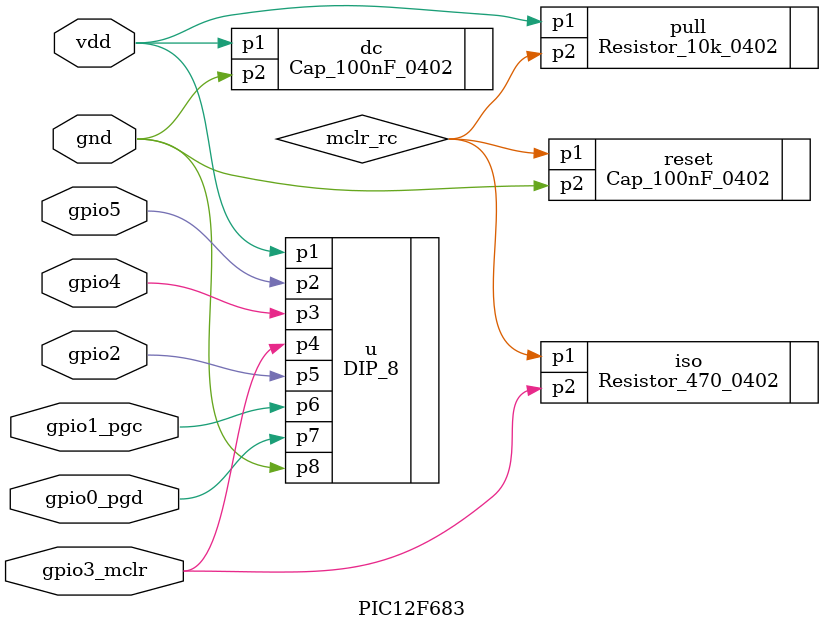
<source format=v>
`timescale 1ns / 1ps
`default_nettype none
/***********************************************************************************************************************
*                                                                                                                      *
* ANTIKERNEL v0.1                                                                                                      *
*                                                                                                                      *
* Copyright (c) 2012-2016 Andrew D. Zonenberg                                                                          *
* All rights reserved.                                                                                                 *
*                                                                                                                      *
* Redistribution and use in source and binary forms, with or without modification, are permitted provided that the     *
* following conditions are met:                                                                                        *
*                                                                                                                      *
*    * Redistributions of source code must retain the above copyright notice, this list of conditions, and the         *
*      following disclaimer.                                                                                           *
*                                                                                                                      *
*    * Redistributions in binary form must reproduce the above copyright notice, this list of conditions and the       *
*      following disclaimer in the documentation and/or other materials provided with the distribution.                *
*                                                                                                                      *
*    * Neither the name of the author nor the names of any contributors may be used to endorse or promote products     *
*      derived from this software without specific prior written permission.                                           *
*                                                                                                                      *
* THIS SOFTWARE IS PROVIDED BY THE AUTHORS "AS IS" AND ANY EXPRESS OR IMPLIED WARRANTIES, INCLUDING, BUT NOT LIMITED   *
* TO, THE IMPLIED WARRANTIES OF MERCHANTABILITY AND FITNESS FOR A PARTICULAR PURPOSE ARE DISCLAIMED. IN NO EVENT SHALL *
* THE AUTHORS BE HELD LIABLE FOR ANY DIRECT, INDIRECT, INCIDENTAL, SPECIAL, EXEMPLARY, OR CONSEQUENTIAL DAMAGES        *
* (INCLUDING, BUT NOT LIMITED TO, PROCUREMENT OF SUBSTITUTE GOODS OR SERVICES; LOSS OF USE, DATA, OR PROFITS; OR       *
* BUSINESS INTERRUPTION) HOWEVER CAUSED AND ON ANY THEORY OF LIABILITY, WHETHER IN CONTRACT, STRICT LIABILITY, OR TORT *
* (INCLUDING NEGLIGENCE OR OTHERWISE) ARISING IN ANY WAY OUT OF THE USE OF THIS SOFTWARE, EVEN IF ADVISED OF THE       *
* POSSIBILITY OF SUCH DAMAGE.                                                                                          *
*                                                                                                                      *
***********************************************************************************************************************/

/**
	@file
	@author Andrew D. Zonenberg
	@brief Microchip PIC12F683 8-bit MCU
 */
module PIC12F683(vdd, gnd, gpio0_pgd, gpio1_pgc, gpio2, gpio3_mclr, gpio4, gpio5);

	////////////////////////////////////////////////////////////////////////////////////////////////////////////////////
	// Parameter declarations
	
	parameter PACKAGE	= "DIP";			//legal values are DIP only for now
	
	////////////////////////////////////////////////////////////////////////////////////////////////////////////////////
	// I/O declarations
	
	(* MIN_POWER_VOLTAGE = 2000 *)
	(* MAX_POWER_VOLTAGE = 5500 *)
	input wire	vdd;
	
	(* MIN_POWER_VOLTAGE = 0 *)
	(* MAX_POWER_VOLTAGE = 0 *)
	input wire	gnd;
	
	//TODO: add thresholds etc?
	inout wire	gpio0_pgd;
	inout wire	gpio1_pgc;
	inout wire	gpio2;
	inout wire	gpio3_mclr;
	inout wire	gpio4;
	inout wire	gpio5;
	
	////////////////////////////////////////////////////////////////////////////////////////////////////////////////////
	// Support components
	
	//Decoupling cap
	Cap_100nF_0402 dc(.p1(vdd), .p2(gnd));
	
	//Reset RC circuit including ICSP disconnect
	wire mclr_rc;
	Cap_100nF_0402 reset(.p1(mclr_rc), .p2(gnd));
	Resistor_10k_0402 pull(.p1(vdd), .p2(mclr_rc));
	Resistor_470_0402 iso(.p1(mclr_rc), .p2(gpio3_mclr));
	
	////////////////////////////////////////////////////////////////////////////////////////////////////////////////////
	// DRC rules
	
	initial begin
		if(PACKAGE != "DIP") begin
			$display("ERROR: Only implemented package for PIC12F683 is DIP");
			$finish;
		end
	end
	
	////////////////////////////////////////////////////////////////////////////////////////////////////////////////////
	// The MCU itself
	
	(* value = "PIC12F683-I/P" *)
	(* distributor = "digikey" *)
	(* distributor_part = "PIC12F683-I/P-ND" *)
	DIP_8 u (
		.p1(vdd),
		.p2(gpio5),
		.p3(gpio4),
		.p4(gpio3_mclr),
		.p5(gpio2),
		.p6(gpio1_pgc),
		.p7(gpio0_pgd),
		.p8(gnd)
	);
			
endmodule

</source>
